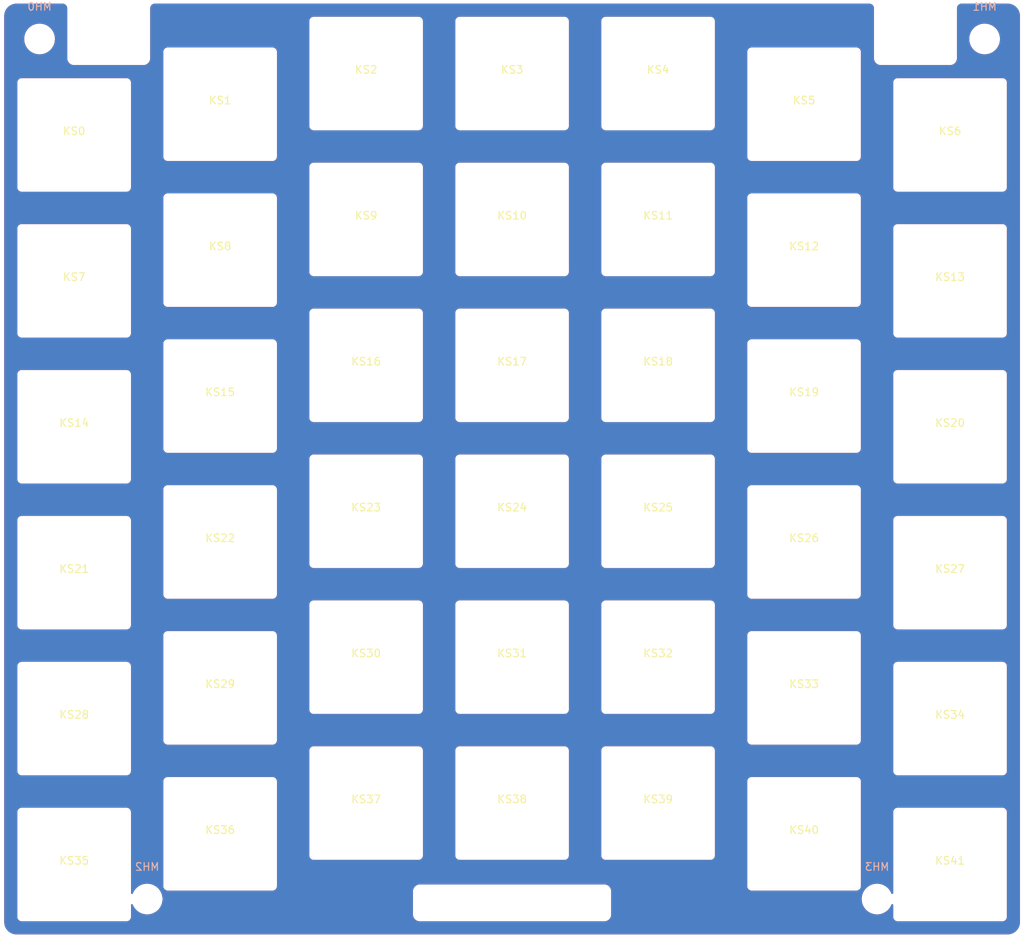
<source format=kicad_pcb>
(kicad_pcb (version 20211014) (generator pcbnew)
  (layers (0 "F.Cu" signal) (31 "B.Cu" signal) (34 "B.Paste" user) (35 "F.Paste" user) (36 "B.SilkS" user "B.Silkscreen") (37 "F.SilkS" user "F.Silkscreen") (38 "B.Mask" user) (39 "F.Mask" user) (44 "Edge.Cuts" user))
  (net 0 "")
  (footprint "sok42:KS-PLATE" (layer "F.Cu") (at 135.5 59.5)
    (fp_text reference "KS4" (at 0 -0.5 unlocked) (layer "F.SilkS"))
    (fp_text value "KS-PLATE")
    (fp_line (start 6.8 -7) (end -6.8 -7) (layer "Edge.Cuts") (width 0.0001))
    (fp_line (start -6.8 7) (end 6.8 7) (layer "Edge.Cuts") (width 0.0001))
    (fp_line (start -7 -6.8) (end -7 6.8) (layer "Edge.Cuts") (width 0.0001))
    (fp_line (start 7 6.8) (end 7 -6.8) (layer "Edge.Cuts") (width 0.0001))
    (fp_arc (start -7 -6.8) (mid -6.941421 -6.941421) (end -6.8 -7) (layer "Edge.Cuts") (width 0.0001))
    (fp_arc (start 7 6.8) (mid 6.941421 6.941421) (end 6.8 7) (layer "Edge.Cuts") (width 0.0001))
    (fp_arc (start -6.8 7) (mid -6.941421 6.941421) (end -7 6.8) (layer "Edge.Cuts") (width 0.0001))
    (fp_arc (start 6.8 -7) (mid 6.941421 -6.941421) (end 7 -6.8) (layer "Edge.Cuts") (width 0.0001))
  )
  (footprint "sok42:KS-PLATE" (layer "F.Cu") (at 59.5 143.5)
    (fp_text reference "KS28" (at 0 -0.5 unlocked) (layer "F.SilkS"))
    (fp_text value "KS-PLATE")
    (fp_line (start -7 -6.8) (end -7 6.8) (layer "Edge.Cuts") (width 0.0001))
    (fp_line (start -6.8 7) (end 6.8 7) (layer "Edge.Cuts") (width 0.0001))
    (fp_line (start 7 6.8) (end 7 -6.8) (layer "Edge.Cuts") (width 0.0001))
    (fp_line (start 6.8 -7) (end -6.8 -7) (layer "Edge.Cuts") (width 0.0001))
    (fp_arc (start 6.8 -7) (mid 6.941421 -6.941421) (end 7 -6.8) (layer "Edge.Cuts") (width 0.0001))
    (fp_arc (start 7 6.8) (mid 6.941421 6.941421) (end 6.8 7) (layer "Edge.Cuts") (width 0.0001))
    (fp_arc (start -6.8 7) (mid -6.941421 6.941421) (end -7 6.8) (layer "Edge.Cuts") (width 0.0001))
    (fp_arc (start -7 -6.8) (mid -6.941421 -6.941421) (end -6.8 -7) (layer "Edge.Cuts") (width 0.0001))
  )
  (footprint "sok42:KS-PLATE" (layer "F.Cu") (at 116.5 135.5)
    (fp_text reference "KS31" (at 0 -0.5 unlocked) (layer "F.SilkS"))
    (fp_text value "KS-PLATE")
    (fp_line (start 6.8 -7) (end -6.8 -7) (layer "Edge.Cuts") (width 0.0001))
    (fp_line (start 7 6.8) (end 7 -6.8) (layer "Edge.Cuts") (width 0.0001))
    (fp_line (start -6.8 7) (end 6.8 7) (layer "Edge.Cuts") (width 0.0001))
    (fp_line (start -7 -6.8) (end -7 6.8) (layer "Edge.Cuts") (width 0.0001))
    (fp_arc (start -7 -6.8) (mid -6.941421 -6.941421) (end -6.8 -7) (layer "Edge.Cuts") (width 0.0001))
    (fp_arc (start 6.8 -7) (mid 6.941421 -6.941421) (end 7 -6.8) (layer "Edge.Cuts") (width 0.0001))
    (fp_arc (start -6.8 7) (mid -6.941421 6.941421) (end -7 6.8) (layer "Edge.Cuts") (width 0.0001))
    (fp_arc (start 7 6.8) (mid 6.941421 6.941421) (end 6.8 7) (layer "Edge.Cuts") (width 0.0001))
  )
  (footprint "sok42:KS-PLATE" (layer "F.Cu") (at 78.5 101.5)
    (fp_text reference "KS15" (at 0 -0.5 unlocked) (layer "F.SilkS"))
    (fp_text value "KS-PLATE")
    (fp_line (start -7 -6.8) (end -7 6.8) (layer "Edge.Cuts") (width 0.0001))
    (fp_line (start 6.8 -7) (end -6.8 -7) (layer "Edge.Cuts") (width 0.0001))
    (fp_line (start 7 6.8) (end 7 -6.8) (layer "Edge.Cuts") (width 0.0001))
    (fp_line (start -6.8 7) (end 6.8 7) (layer "Edge.Cuts") (width 0.0001))
    (fp_arc (start -7 -6.8) (mid -6.941421 -6.941421) (end -6.8 -7) (layer "Edge.Cuts") (width 0.0001))
    (fp_arc (start 7 6.8) (mid 6.941421 6.941421) (end 6.8 7) (layer "Edge.Cuts") (width 0.0001))
    (fp_arc (start -6.8 7) (mid -6.941421 6.941421) (end -7 6.8) (layer "Edge.Cuts") (width 0.0001))
    (fp_arc (start 6.8 -7) (mid 6.941421 -6.941421) (end 7 -6.8) (layer "Edge.Cuts") (width 0.0001))
  )
  (footprint "sok42:KS-PLATE" (layer "F.Cu") (at 59.5 105.5)
    (fp_text reference "KS14" (at 0 -0.5 unlocked) (layer "F.SilkS"))
    (fp_text value "KS-PLATE")
    (fp_line (start -7 -6.8) (end -7 6.8) (layer "Edge.Cuts") (width 0.0001))
    (fp_line (start 6.8 -7) (end -6.8 -7) (layer "Edge.Cuts") (width 0.0001))
    (fp_line (start -6.8 7) (end 6.8 7) (layer "Edge.Cuts") (width 0.0001))
    (fp_line (start 7 6.8) (end 7 -6.8) (layer "Edge.Cuts") (width 0.0001))
    (fp_arc (start -7 -6.8) (mid -6.941421 -6.941421) (end -6.8 -7) (layer "Edge.Cuts") (width 0.0001))
    (fp_arc (start -6.8 7) (mid -6.941421 6.941421) (end -7 6.8) (layer "Edge.Cuts") (width 0.0001))
    (fp_arc (start 7 6.8) (mid 6.941421 6.941421) (end 6.8 7) (layer "Edge.Cuts") (width 0.0001))
    (fp_arc (start 6.8 -7) (mid 6.941421 -6.941421) (end 7 -6.8) (layer "Edge.Cuts") (width 0.0001))
  )
  (footprint "sok42:KS-PLATE" (layer "F.Cu") (at 135.5 154.5)
    (fp_text reference "KS39" (at 0 -0.5 unlocked) (layer "F.SilkS"))
    (fp_text value "KS-PLATE")
    (fp_line (start 6.8 -7) (end -6.8 -7) (layer "Edge.Cuts") (width 0.0001))
    (fp_line (start -7 -6.8) (end -7 6.8) (layer "Edge.Cuts") (width 0.0001))
    (fp_line (start 7 6.8) (end 7 -6.8) (layer "Edge.Cuts") (width 0.0001))
    (fp_line (start -6.8 7) (end 6.8 7) (layer "Edge.Cuts") (width 0.0001))
    (fp_arc (start 6.8 -7) (mid 6.941421 -6.941421) (end 7 -6.8) (layer "Edge.Cuts") (width 0.0001))
    (fp_arc (start -7 -6.8) (mid -6.941421 -6.941421) (end -6.8 -7) (layer "Edge.Cuts") (width 0.0001))
    (fp_arc (start -6.8 7) (mid -6.941421 6.941421) (end -7 6.8) (layer "Edge.Cuts") (width 0.0001))
    (fp_arc (start 7 6.8) (mid 6.941421 6.941421) (end 6.8 7) (layer "Edge.Cuts") (width 0.0001))
  )
  (footprint "sok42:KS-PLATE" (layer "F.Cu") (at 97.5 116.5)
    (fp_text reference "KS23" (at 0 -0.5 unlocked) (layer "F.SilkS"))
    (fp_text value "KS-PLATE")
    (fp_line (start 7 6.8) (end 7 -6.8) (layer "Edge.Cuts") (width 0.0001))
    (fp_line (start 6.8 -7) (end -6.8 -7) (layer "Edge.Cuts") (width 0.0001))
    (fp_line (start -7 -6.8) (end -7 6.8) (layer "Edge.Cuts") (width 0.0001))
    (fp_line (start -6.8 7) (end 6.8 7) (layer "Edge.Cuts") (width 0.0001))
    (fp_arc (start -6.8 7) (mid -6.941421 6.941421) (end -7 6.8) (layer "Edge.Cuts") (width 0.0001))
    (fp_arc (start -7 -6.8) (mid -6.941421 -6.941421) (end -6.8 -7) (layer "Edge.Cuts") (width 0.0001))
    (fp_arc (start 6.8 -7) (mid 6.941421 -6.941421) (end 7 -6.8) (layer "Edge.Cuts") (width 0.0001))
    (fp_arc (start 7 6.8) (mid 6.941421 6.941421) (end 6.8 7) (layer "Edge.Cuts") (width 0.0001))
  )
  (footprint "sok42:KS-PLATE" (layer "F.Cu") (at 97.5 135.5)
    (fp_text reference "KS30" (at 0 -0.5 unlocked) (layer "F.SilkS"))
    (fp_text value "KS-PLATE")
    (fp_line (start -7 -6.8) (end -7 6.8) (layer "Edge.Cuts") (width 0.0001))
    (fp_line (start -6.8 7) (end 6.8 7) (layer "Edge.Cuts") (width 0.0001))
    (fp_line (start 7 6.8) (end 7 -6.8) (layer "Edge.Cuts") (width 0.0001))
    (fp_line (start 6.8 -7) (end -6.8 -7) (layer "Edge.Cuts") (width 0.0001))
    (fp_arc (start 7 6.8) (mid 6.941421 6.941421) (end 6.8 7) (layer "Edge.Cuts") (width 0.0001))
    (fp_arc (start 6.8 -7) (mid 6.941421 -6.941421) (end 7 -6.8) (layer "Edge.Cuts") (width 0.0001))
    (fp_arc (start -6.8 7) (mid -6.941421 6.941421) (end -7 6.8) (layer "Edge.Cuts") (width 0.0001))
    (fp_arc (start -7 -6.8) (mid -6.941421 -6.941421) (end -6.8 -7) (layer "Edge.Cuts") (width 0.0001))
  )
  (footprint "sok42:KS-PLATE" (layer "F.Cu") (at 59.5 124.5)
    (fp_text reference "KS21" (at 0 -0.5 unlocked) (layer "F.SilkS"))
    (fp_text value "KS-PLATE")
    (fp_line (start 7 6.8) (end 7 -6.8) (layer "Edge.Cuts") (width 0.0001))
    (fp_line (start 6.8 -7) (end -6.8 -7) (layer "Edge.Cuts") (width 0.0001))
    (fp_line (start -7 -6.8) (end -7 6.8) (layer "Edge.Cuts") (width 0.0001))
    (fp_line (start -6.8 7) (end 6.8 7) (layer "Edge.Cuts") (width 0.0001))
    (fp_arc (start -7 -6.8) (mid -6.941421 -6.941421) (end -6.8 -7) (layer "Edge.Cuts") (width 0.0001))
    (fp_arc (start 6.8 -7) (mid 6.941421 -6.941421) (end 7 -6.8) (layer "Edge.Cuts") (width 0.0001))
    (fp_arc (start -6.8 7) (mid -6.941421 6.941421) (end -7 6.8) (layer "Edge.Cuts") (width 0.0001))
    (fp_arc (start 7 6.8) (mid 6.941421 6.941421) (end 6.8 7) (layer "Edge.Cuts") (width 0.0001))
  )
  (footprint "sok42:KS-PLATE" (layer "F.Cu") (at 116.5 154.5)
    (fp_text reference "KS38" (at 0 -0.5 unlocked) (layer "F.SilkS"))
    (fp_text value "KS-PLATE")
    (fp_line (start 7 6.8) (end 7 -6.8) (layer "Edge.Cuts") (width 0.0001))
    (fp_line (start -6.8 7) (end 6.8 7) (layer "Edge.Cuts") (width 0.0001))
    (fp_line (start -7 -6.8) (end -7 6.8) (layer "Edge.Cuts") (width 0.0001))
    (fp_line (start 6.8 -7) (end -6.8 -7) (layer "Edge.Cuts") (width 0.0001))
    (fp_arc (start -6.8 7) (mid -6.941421 6.941421) (end -7 6.8) (layer "Edge.Cuts") (width 0.0001))
    (fp_arc (start 6.8 -7) (mid 6.941421 -6.941421) (end 7 -6.8) (layer "Edge.Cuts") (width 0.0001))
    (fp_arc (start 7 6.8) (mid 6.941421 6.941421) (end 6.8 7) (layer "Edge.Cuts") (width 0.0001))
    (fp_arc (start -7 -6.8) (mid -6.941421 -6.941421) (end -6.8 -7) (layer "Edge.Cuts") (width 0.0001))
  )
  (footprint "sok42:KS-PLATE" (layer "F.Cu") (at 116.5 97.5)
    (fp_text reference "KS17" (at 0 -0.5 unlocked) (layer "F.SilkS"))
    (fp_text value "KS-PLATE")
    (fp_line (start -6.8 7) (end 6.8 7) (layer "Edge.Cuts") (width 0.0001))
    (fp_line (start 6.8 -7) (end -6.8 -7) (layer "Edge.Cuts") (width 0.0001))
    (fp_line (start -7 -6.8) (end -7 6.8) (layer "Edge.Cuts") (width 0.0001))
    (fp_line (start 7 6.8) (end 7 -6.8) (layer "Edge.Cuts") (width 0.0001))
    (fp_arc (start -7 -6.8) (mid -6.941421 -6.941421) (end -6.8 -7) (layer "Edge.Cuts") (width 0.0001))
    (fp_arc (start -6.8 7) (mid -6.941421 6.941421) (end -7 6.8) (layer "Edge.Cuts") (width 0.0001))
    (fp_arc (start 6.8 -7) (mid 6.941421 -6.941421) (end 7 -6.8) (layer "Edge.Cuts") (width 0.0001))
    (fp_arc (start 7 6.8) (mid 6.941421 6.941421) (end 6.8 7) (layer "Edge.Cuts") (width 0.0001))
  )
  (footprint "sok42:KS-PLATE" (layer "F.Cu") (at 78.5 158.5)
    (fp_text reference "KS36" (at 0 -0.5 unlocked) (layer "F.SilkS"))
    (fp_text value "KS-PLATE")
    (fp_line (start 7 6.8) (end 7 -6.8) (layer "Edge.Cuts") (width 0.0001))
    (fp_line (start -6.8 7) (end 6.8 7) (layer "Edge.Cuts") (width 0.0001))
    (fp_line (start -7 -6.8) (end -7 6.8) (layer "Edge.Cuts") (width 0.0001))
    (fp_line (start 6.8 -7) (end -6.8 -7) (layer "Edge.Cuts") (width 0.0001))
    (fp_arc (start 6.8 -7) (mid 6.941421 -6.941421) (end 7 -6.8) (layer "Edge.Cuts") (width 0.0001))
    (fp_arc (start -6.8 7) (mid -6.941421 6.941421) (end -7 6.8) (layer "Edge.Cuts") (width 0.0001))
    (fp_arc (start 7 6.8) (mid 6.941421 6.941421) (end 6.8 7) (layer "Edge.Cuts") (width 0.0001))
    (fp_arc (start -7 -6.8) (mid -6.941421 -6.941421) (end -6.8 -7) (layer "Edge.Cuts") (width 0.0001))
  )
  (footprint "sok42:KS-PLATE" (layer "F.Cu") (at 78.5 63.5)
    (fp_text reference "KS1" (at 0 -0.5 unlocked) (layer "F.SilkS"))
    (fp_text value "KS-PLATE")
    (fp_line (start 6.8 -7) (end -6.8 -7) (layer "Edge.Cuts") (width 0.0001))
    (fp_line (start -6.8 7) (end 6.8 7) (layer "Edge.Cuts") (width 0.0001))
    (fp_line (start -7 -6.8) (end -7 6.8) (layer "Edge.Cuts") (width 0.0001))
    (fp_line (start 7 6.8) (end 7 -6.8) (layer "Edge.Cuts") (width 0.0001))
    (fp_arc (start -6.8 7) (mid -6.941421 6.941421) (end -7 6.8) (layer "Edge.Cuts") (width 0.0001))
    (fp_arc (start 6.8 -7) (mid 6.941421 -6.941421) (end 7 -6.8) (layer "Edge.Cuts") (width 0.0001))
    (fp_arc (start 7 6.8) (mid 6.941421 6.941421) (end 6.8 7) (layer "Edge.Cuts") (width 0.0001))
    (fp_arc (start -7 -6.8) (mid -6.941421 -6.941421) (end -6.8 -7) (layer "Edge.Cuts") (width 0.0001))
  )
  (footprint "sok42:KS-PLATE" (layer "F.Cu") (at 173.5 162.5)
    (fp_text reference "KS41" (at 0 -0.5 unlocked) (layer "F.SilkS"))
    (fp_text value "KS-PLATE")
    (fp_line (start -7 -6.8) (end -7 6.8) (layer "Edge.Cuts") (width 0.0001))
    (fp_line (start 6.8 -7) (end -6.8 -7) (layer "Edge.Cuts") (width 0.0001))
    (fp_line (start 7 6.8) (end 7 -6.8) (layer "Edge.Cuts") (width 0.0001))
    (fp_line (start -6.8 7) (end 6.8 7) (layer "Edge.Cuts") (width 0.0001))
    (fp_arc (start 7 6.8) (mid 6.941421 6.941421) (end 6.8 7) (layer "Edge.Cuts") (width 0.0001))
    (fp_arc (start -7 -6.8) (mid -6.941421 -6.941421) (end -6.8 -7) (layer "Edge.Cuts") (width 0.0001))
    (fp_arc (start 6.8 -7) (mid 6.941421 -6.941421) (end 7 -6.8) (layer "Edge.Cuts") (width 0.0001))
    (fp_arc (start -6.8 7) (mid -6.941421 6.941421) (end -7 6.8) (layer "Edge.Cuts") (width 0.0001))
  )
  (footprint "sok42:KS-PLATE" (layer "F.Cu") (at 154.5 158.5)
    (fp_text reference "KS40" (at 0 -0.5 unlocked) (layer "F.SilkS"))
    (fp_text value "KS-PLATE")
    (fp_line (start 6.8 -7) (end -6.8 -7) (layer "Edge.Cuts") (width 0.0001))
    (fp_line (start -6.8 7) (end 6.8 7) (layer "Edge.Cuts") (width 0.0001))
    (fp_line (start -7 -6.8) (end -7 6.8) (layer "Edge.Cuts") (width 0.0001))
    (fp_line (start 7 6.8) (end 7 -6.8) (layer "Edge.Cuts") (width 0.0001))
    (fp_arc (start 7 6.8) (mid 6.941421 6.941421) (end 6.8 7) (layer "Edge.Cuts") (width 0.0001))
    (fp_arc (start -7 -6.8) (mid -6.941421 -6.941421) (end -6.8 -7) (layer "Edge.Cuts") (width 0.0001))
    (fp_arc (start 6.8 -7) (mid 6.941421 -6.941421) (end 7 -6.8) (layer "Edge.Cuts") (width 0.0001))
    (fp_arc (start -6.8 7) (mid -6.941421 6.941421) (end -7 6.8) (layer "Edge.Cuts") (width 0.0001))
  )
  (footprint "sok42:KS-PLATE" (layer "F.Cu") (at 154.5 82.5)
    (fp_text reference "KS12" (at 0 -0.5 unlocked) (layer "F.SilkS"))
    (fp_text value "KS-PLATE")
    (fp_line (start 7 6.8) (end 7 -6.8) (layer "Edge.Cuts") (width 0.0001))
    (fp_line (start -7 -6.8) (end -7 6.8) (layer "Edge.Cuts") (width 0.0001))
    (fp_line (start 6.8 -7) (end -6.8 -7) (layer "Edge.Cuts") (width 0.0001))
    (fp_line (start -6.8 7) (end 6.8 7) (layer "Edge.Cuts") (width 0.0001))
    (fp_arc (start 7 6.8) (mid 6.941421 6.941421) (end 6.8 7) (layer "Edge.Cuts") (width 0.0001))
    (fp_arc (start -6.8 7) (mid -6.941421 6.941421) (end -7 6.8) (layer "Edge.Cuts") (width 0.0001))
    (fp_arc (start 6.8 -7) (mid 6.941421 -6.941421) (end 7 -6.8) (layer "Edge.Cuts") (width 0.0001))
    (fp_arc (start -7 -6.8) (mid -6.941421 -6.941421) (end -6.8 -7) (layer "Edge.Cuts") (width 0.0001))
  )
  (footprint "sok42:KS-PLATE" (layer "F.Cu") (at 154.5 101.5)
    (fp_text reference "KS19" (at 0 -0.5 unlocked) (layer "F.SilkS"))
    (fp_text value "KS-PLATE")
    (fp_line (start 7 6.8) (end 7 -6.8) (layer "Edge.Cuts") (width 0.0001))
    (fp_line (start -6.8 7) (end 6.8 7) (layer "Edge.Cuts") (width 0.0001))
    (fp_line (start -7 -6.8) (end -7 6.8) (layer "Edge.Cuts") (width 0.0001))
    (fp_line (start 6.8 -7) (end -6.8 -7) (layer "Edge.Cuts") (width 0.0001))
    (fp_arc (start 6.8 -7) (mid 6.941421 -6.941421) (end 7 -6.8) (layer "Edge.Cuts") (width 0.0001))
    (fp_arc (start -7 -6.8) (mid -6.941421 -6.941421) (end -6.8 -7) (layer "Edge.Cuts") (width 0.0001))
    (fp_arc (start -6.8 7) (mid -6.941421 6.941421) (end -7 6.8) (layer "Edge.Cuts") (width 0.0001))
    (fp_arc (start 7 6.8) (mid 6.941421 6.941421) (end 6.8 7) (layer "Edge.Cuts") (width 0.0001))
  )
  (footprint "sok42:KS-PLATE" (layer "F.Cu") (at 135.5 135.5)
    (fp_text reference "KS32" (at 0 -0.5 unlocked) (layer "F.SilkS"))
    (fp_text value "KS-PLATE")
    (fp_line (start -7 -6.8) (end -7 6.8) (layer "Edge.Cuts") (width 0.0001))
    (fp_line (start 6.8 -7) (end -6.8 -7) (layer "Edge.Cuts") (width 0.0001))
    (fp_line (start 7 6.8) (end 7 -6.8) (layer "Edge.Cuts") (width 0.0001))
    (fp_line (start -6.8 7) (end 6.8 7) (layer "Edge.Cuts") (width 0.0001))
    (fp_arc (start 6.8 -7) (mid 6.941421 -6.941421) (end 7 -6.8) (layer "Edge.Cuts") (width 0.0001))
    (fp_arc (start -6.8 7) (mid -6.941421 6.941421) (end -7 6.8) (layer "Edge.Cuts") (width 0.0001))
    (fp_arc (start -7 -6.8) (mid -6.941421 -6.941421) (end -6.8 -7) (layer "Edge.Cuts") (width 0.0001))
    (fp_arc (start 7 6.8) (mid 6.941421 6.941421) (end 6.8 7) (layer "Edge.Cuts") (width 0.0001))
  )
  (footprint "sok42:KS-PLATE" (layer "F.Cu") (at 173.5 67.5)
    (fp_text reference "KS6" (at 0 -0.5 unlocked) (layer "F.SilkS"))
    (fp_text value "KS-PLATE")
    (fp_line (start 6.8 -7) (end -6.8 -7) (layer "Edge.Cuts") (width 0.0001))
    (fp_line (start 7 6.8) (end 7 -6.8) (layer "Edge.Cuts") (width 0.0001))
    (fp_line (start -6.8 7) (end 6.8 7) (layer "Edge.Cuts") (width 0.0001))
    (fp_line (start -7 -6.8) (end -7 6.8) (layer "Edge.Cuts") (width 0.0001))
    (fp_arc (start 7 6.8) (mid 6.941421 6.941421) (end 6.8 7) (layer "Edge.Cuts") (width 0.0001))
    (fp_arc (start 6.8 -7) (mid 6.941421 -6.941421) (end 7 -6.8) (layer "Edge.Cuts") (width 0.0001))
    (fp_arc (start -7 -6.8) (mid -6.941421 -6.941421) (end -6.8 -7) (layer "Edge.Cuts") (width 0.0001))
    (fp_arc (start -6.8 7) (mid -6.941421 6.941421) (end -7 6.8) (layer "Edge.Cuts") (width 0.0001))
  )
  (footprint "sok42:KS-PLATE" (layer "F.Cu") (at 59.5 86.5)
    (fp_text reference "KS7" (at 0 -0.5 unlocked) (layer "F.SilkS"))
    (fp_text value "KS-PLATE")
    (fp_line (start -6.8 7) (end 6.8 7) (layer "Edge.Cuts") (width 0.0001))
    (fp_line (start 7 6.8) (end 7 -6.8) (layer "Edge.Cuts") (width 0.0001))
    (fp_line (start -7 -6.8) (end -7 6.8) (layer "Edge.Cuts") (width 0.0001))
    (fp_line (start 6.8 -7) (end -6.8 -7) (layer "Edge.Cuts") (width 0.0001))
    (fp_arc (start -7 -6.8) (mid -6.941421 -6.941421) (end -6.8 -7) (layer "Edge.Cuts") (width 0.0001))
    (fp_arc (start 7 6.8) (mid 6.941421 6.941421) (end 6.8 7) (layer "Edge.Cuts") (width 0.0001))
    (fp_arc (start -6.8 7) (mid -6.941421 6.941421) (end -7 6.8) (layer "Edge.Cuts") (width 0.0001))
    (fp_arc (start 6.8 -7) (mid 6.941421 -6.941421) (end 7 -6.8) (layer "Edge.Cuts") (width 0.0001))
  )
  (footprint "sok42:KS-PLATE" (layer "F.Cu") (at 78.5 139.5)
    (fp_text reference "KS29" (at 0 -0.5 unlocked) (layer "F.SilkS"))
    (fp_text value "KS-PLATE")
    (fp_line (start -6.8 7) (end 6.8 7) (layer "Edge.Cuts") (width 0.0001))
    (fp_line (start -7 -6.8) (end -7 6.8) (layer "Edge.Cuts") (width 0.0001))
    (fp_line (start 6.8 -7) (end -6.8 -7) (layer "Edge.Cuts") (width 0.0001))
    (fp_line (start 7 6.8) (end 7 -6.8) (layer "Edge.Cuts") (width 0.0001))
    (fp_arc (start -6.8 7) (mid -6.941421 6.941421) (end -7 6.8) (layer "Edge.Cuts") (width 0.0001))
    (fp_arc (start -7 -6.8) (mid -6.941421 -6.941421) (end -6.8 -7) (layer "Edge.Cuts") (width 0.0001))
    (fp_arc (start 7 6.8) (mid 6.941421 6.941421) (end 6.8 7) (layer "Edge.Cuts") (width 0.0001))
    (fp_arc (start 6.8 -7) (mid 6.941421 -6.941421) (end 7 -6.8) (layer "Edge.Cuts") (width 0.0001))
  )
  (footprint "sok42:KS-PLATE" (layer "F.Cu") (at 59.5 162.5)
    (fp_text reference "KS35" (at 0 -0.5 unlocked) (layer "F.SilkS"))
    (fp_text value "KS-PLATE")
    (fp_line (start -7 -6.8) (end -7 6.8) (layer "Edge.Cuts") (width 0.0001))
    (fp_line (start 6.8 -7) (end -6.8 -7) (layer "Edge.Cuts") (width 0.0001))
    (fp_line (start -6.8 7) (end 6.8 7) (layer "Edge.Cuts") (width 0.0001))
    (fp_line (start 7 6.8) (end 7 -6.8) (layer "Edge.Cuts") (width 0.0001))
    (fp_arc (start 7 6.8) (mid 6.941421 6.941421) (end 6.8 7) (layer "Edge.Cuts") (width 0.0001))
    (fp_arc (start 6.8 -7) (mid 6.941421 -6.941421) (end 7 -6.8) (layer "Edge.Cuts") (width 0.0001))
    (fp_arc (start -6.8 7) (mid -6.941421 6.941421) (end -7 6.8) (layer "Edge.Cuts") (width 0.0001))
    (fp_arc (start -7 -6.8) (mid -6.941421 -6.941421) (end -6.8 -7) (layer "Edge.Cuts") (width 0.0001))
  )
  (footprint "sok42:KS-PLATE" (layer "F.Cu") (at 173.5 143.5)
    (fp_text reference "KS34" (at 0 -0.5 unlocked) (layer "F.SilkS"))
    (fp_text value "KS-PLATE")
    (fp_line (start -7 -6.8) (end -7 6.8) (layer "Edge.Cuts") (width 0.0001))
    (fp_line (start 7 6.8) (end 7 -6.8) (layer "Edge.Cuts") (width 0.0001))
    (fp_line (start -6.8 7) (end 6.8 7) (layer "Edge.Cuts") (width 0.0001))
    (fp_line (start 6.8 -7) (end -6.8 -7) (layer "Edge.Cuts") (width 0.0001))
    (fp_arc (start -7 -6.8) (mid -6.941421 -6.941421) (end -6.8 -7) (layer "Edge.Cuts") (width 0.0001))
    (fp_arc (start 6.8 -7) (mid 6.941421 -6.941421) (end 7 -6.8) (layer "Edge.Cuts") (width 0.0001))
    (fp_arc (start 7 6.8) (mid 6.941421 6.941421) (end 6.8 7) (layer "Edge.Cuts") (width 0.0001))
    (fp_arc (start -6.8 7) (mid -6.941421 6.941421) (end -7 6.8) (layer "Edge.Cuts") (width 0.0001))
  )
  (footprint "sok42:KS-PLATE" (layer "F.Cu") (at 135.5 116.5)
    (fp_text reference "KS25" (at 0 -0.5 unlocked) (layer "F.SilkS"))
    (fp_text value "KS-PLATE")
    (fp_line (start 7 6.8) (end 7 -6.8) (layer "Edge.Cuts") (width 0.0001))
    (fp_line (start -6.8 7) (end 6.8 7) (layer "Edge.Cuts") (width 0.0001))
    (fp_line (start -7 -6.8) (end -7 6.8) (layer "Edge.Cuts") (width 0.0001))
    (fp_line (start 6.8 -7) (end -6.8 -7) (layer "Edge.Cuts") (width 0.0001))
    (fp_arc (start -7 -6.8) (mid -6.941421 -6.941421) (end -6.8 -7) (layer "Edge.Cuts") (width 0.0001))
    (fp_arc (start -6.8 7) (mid -6.941421 6.941421) (end -7 6.8) (layer "Edge.Cuts") (width 0.0001))
    (fp_arc (start 7 6.8) (mid 6.941421 6.941421) (end 6.8 7) (layer "Edge.Cuts") (width 0.0001))
    (fp_arc (start 6.8 -7) (mid 6.941421 -6.941421) (end 7 -6.8) (layer "Edge.Cuts") (width 0.0001))
  )
  (footprint "sok42:KS-PLATE" (layer "F.Cu") (at 173.5 124.5)
    (fp_text reference "KS27" (at 0 -0.5 unlocked) (layer "F.SilkS"))
    (fp_text value "KS-PLATE")
    (fp_line (start 7 6.8) (end 7 -6.8) (layer "Edge.Cuts") (width 0.0001))
    (fp_line (start -7 -6.8) (end -7 6.8) (layer "Edge.Cuts") (width 0.0001))
    (fp_line (start 6.8 -7) (end -6.8 -7) (layer "Edge.Cuts") (width 0.0001))
    (fp_line (start -6.8 7) (end 6.8 7) (layer "Edge.Cuts") (width 0.0001))
    (fp_arc (start 6.8 -7) (mid 6.941421 -6.941421) (end 7 -6.8) (layer "Edge.Cuts") (width 0.0001))
    (fp_arc (start -6.8 7) (mid -6.941421 6.941421) (end -7 6.8) (layer "Edge.Cuts") (width 0.0001))
    (fp_arc (start 7 6.8) (mid 6.941421 6.941421) (end 6.8 7) (layer "Edge.Cuts") (width 0.0001))
    (fp_arc (start -7 -6.8) (mid -6.941421 -6.941421) (end -6.8 -7) (layer "Edge.Cuts") (width 0.0001))
  )
  (footprint "sok42:KS-PLATE" (layer "F.Cu") (at 173.5 105.5)
    (fp_text reference "KS20" (at 0 -0.5 unlocked) (layer "F.SilkS"))
    (fp_text value "KS-PLATE")
    (fp_line (start 7 6.8) (end 7 -6.8) (layer "Edge.Cuts") (width 0.0001))
    (fp_line (start -6.8 7) (end 6.8 7) (layer "Edge.Cuts") (width 0.0001))
    (fp_line (start 6.8 -7) (end -6.8 -7) (layer "Edge.Cuts") (width 0.0001))
    (fp_line (start -7 -6.8) (end -7 6.8) (layer "Edge.Cuts") (width 0.0001))
    (fp_arc (start -6.8 7) (mid -6.941421 6.941421) (end -7 6.8) (layer "Edge.Cuts") (width 0.0001))
    (fp_arc (start 7 6.8) (mid 6.941421 6.941421) (end 6.8 7) (layer "Edge.Cuts") (width 0.0001))
    (fp_arc (start 6.8 -7) (mid 6.941421 -6.941421) (end 7 -6.8) (layer "Edge.Cuts") (width 0.0001))
    (fp_arc (start -7 -6.8) (mid -6.941421 -6.941421) (end -6.8 -7) (layer "Edge.Cuts") (width 0.0001))
  )
  (footprint "sok42:KS-PLATE" (layer "F.Cu") (at 116.5 78.5)
    (fp_text reference "KS10" (at 0 -0.5 unlocked) (layer "F.SilkS"))
    (fp_text value "KS-PLATE")
    (fp_line (start -7 -6.8) (end -7 6.8) (layer "Edge.Cuts") (width 0.0001))
    (fp_line (start -6.8 7) (end 6.8 7) (layer "Edge.Cuts") (width 0.0001))
    (fp_line (start 7 6.8) (end 7 -6.8) (layer "Edge.Cuts") (width 0.0001))
    (fp_line (start 6.8 -7) (end -6.8 -7) (layer "Edge.Cuts") (width 0.0001))
    (fp_arc (start -7 -6.8) (mid -6.941421 -6.941421) (end -6.8 -7) (layer "Edge.Cuts") (width 0.0001))
    (fp_arc (start 7 6.8) (mid 6.941421 6.941421) (end 6.8 7) (layer "Edge.Cuts") (width 0.0001))
    (fp_arc (start 6.8 -7) (mid 6.941421 -6.941421) (end 7 -6.8) (layer "Edge.Cuts") (width 0.0001))
    (fp_arc (start -6.8 7) (mid -6.941421 6.941421) (end -7 6.8) (layer "Edge.Cuts") (width 0.0001))
  )
  (footprint "sok42:KS-PLATE" (layer "F.Cu") (at 173.5 86.5)
    (fp_text reference "KS13" (at 0 -0.5 unlocked) (layer "F.SilkS"))
    (fp_text value "KS-PLATE")
    (fp_line (start -7 -6.8) (end -7 6.8) (layer "Edge.Cuts") (width 0.0001))
    (fp_line (start 7 6.8) (end 7 -6.8) (layer "Edge.Cuts") (width 0.0001))
    (fp_line (start 6.8 -7) (end -6.8 -7) (layer "Edge.Cuts") (width 0.0001))
    (fp_line (start -6.8 7) (end 6.8 7) (layer "Edge.Cuts") (width 0.0001))
    (fp_arc (start 6.8 -7) (mid 6.941421 -6.941421) (end 7 -6.8) (layer "Edge.Cuts") (width 0.0001))
    (fp_arc (start -7 -6.8) (mid -6.941421 -6.941421) (end -6.8 -7) (layer "Edge.Cuts") (width 0.0001))
    (fp_arc (start 7 6.8) (mid 6.941421 6.941421) (end 6.8 7) (layer "Edge.Cuts") (width 0.0001))
    (fp_arc (start -6.8 7) (mid -6.941421 6.941421) (end -7 6.8) (layer "Edge.Cuts") (width 0.0001))
  )
  (footprint "sok42:KS-PLATE" (layer "F.Cu") (at 135.5 78.5)
    (fp_text reference "KS11" (at 0 -0.5 unlocked) (layer "F.SilkS"))
    (fp_text value "KS-PLATE")
    (fp_line (start 6.8 -7) (end -6.8 -7) (layer "Edge.Cuts") (width 0.0001))
    (fp_line (start 7 6.8) (end 7 -6.8) (layer "Edge.Cuts") (width 0.0001))
    (fp_line (start -6.8 7) (end 6.8 7) (layer "Edge.Cuts") (width 0.0001))
    (fp_line (start -7 -6.8) (end -7 6.8) (layer "Edge.Cuts") (width 0.0001))
    (fp_arc (start 6.8 -7) (mid 6.941421 -6.941421) (end 7 -6.8) (layer "Edge.Cuts") (width 0.0001))
    (fp_arc (start -7 -6.8) (mid -6.941421 -6.941421) (end -6.8 -7) (layer "Edge.Cuts") (width 0.0001))
    (fp_arc (start -6.8 7) (mid -6.941421 6.941421) (end -7 6.8) (layer "Edge.Cuts") (width 0.0001))
    (fp_arc (start 7 6.8) (mid 6.941421 6.941421) (end 6.8 7) (layer "Edge.Cuts") (width 0.0001))
  )
  (footprint "sok42:KS-PLATE" (layer "F.Cu") (at 154.5 139.5)
    (fp_text reference "KS33" (at 0 -0.5 unlocked) (layer "F.SilkS"))
    (fp_text value "KS-PLATE")
    (fp_line (start 6.8 -7) (end -6.8 -7) (layer "Edge.Cuts") (width 0.0001))
    (fp_line (start 7 6.8) (end 7 -6.8) (layer "Edge.Cuts") (width 0.0001))
    (fp_line (start -7 -6.8) (end -7 6.8) (layer "Edge.Cuts") (width 0.0001))
    (fp_line (start -6.8 7) (end 6.8 7) (layer "Edge.Cuts") (width 0.0001))
    (fp_arc (start 6.8 -7) (mid 6.941421 -6.941421) (end 7 -6.8) (layer "Edge.Cuts") (width 0.0001))
    (fp_arc (start -7 -6.8) (mid -6.941421 -6.941421) (end -6.8 -7) (layer "Edge.Cuts") (width 0.0001))
    (fp_arc (start -6.8 7) (mid -6.941421 6.941421) (end -7 6.8) (layer "Edge.Cuts") (width 0.0001))
    (fp_arc (start 7 6.8) (mid 6.941421 6.941421) (end 6.8 7) (layer "Edge.Cuts") (width 0.0001))
  )
  (footprint "sok42:KS-PLATE" (layer "F.Cu") (at 78.5 120.5)
    (fp_text reference "KS22" (at 0 -0.5 unlocked) (layer "F.SilkS"))
    (fp_text value "KS-PLATE")
    (fp_line (start -7 -6.8) (end -7 6.8) (layer "Edge.Cuts") (width 0.0001))
    (fp_line (start 7 6.8) (end 7 -6.8) (layer "Edge.Cuts") (width 0.0001))
    (fp_line (start -6.8 7) (end 6.8 7) (layer "Edge.Cuts") (width 0.0001))
    (fp_line (start 6.8 -7) (end -6.8 -7) (layer "Edge.Cuts") (width 0.0001))
    (fp_arc (start 7 6.8) (mid 6.941421 6.941421) (end 6.8 7) (layer "Edge.Cuts") (width 0.0001))
    (fp_arc (start -7 -6.8) (mid -6.941421 -6.941421) (end -6.8 -7) (layer "Edge.Cuts") (width 0.0001))
    (fp_arc (start 6.8 -7) (mid 6.941421 -6.941421) (end 7 -6.8) (layer "Edge.Cuts") (width 0.0001))
    (fp_arc (start -6.8 7) (mid -6.941421 6.941421) (end -7 6.8) (layer "Edge.Cuts") (width 0.0001))
  )
  (footprint "sok42:KS-PLATE" (layer "F.Cu") (at 97.5 154.5)
    (fp_text reference "KS37" (at 0 -0.5 unlocked) (layer "F.SilkS"))
    (fp_text value "KS-PLATE")
    (fp_line (start -6.8 7) (end 6.8 7) (layer "Edge.Cuts") (width 0.0001))
    (fp_line (start -7 -6.8) (end -7 6.8) (layer "Edge.Cuts") (width 0.0001))
    (fp_line (start 7 6.8) (end 7 -6.8) (layer "Edge.Cuts") (width 0.0001))
    (fp_line (start 6.8 -7) (end -6.8 -7) (layer "Edge.Cuts") (width 0.0001))
    (fp_arc (start 6.8 -7) (mid 6.941421 -6.941421) (end 7 -6.8) (layer "Edge.Cuts") (width 0.0001))
    (fp_arc (start 7 6.8) (mid 6.941421 6.941421) (end 6.8 7) (layer "Edge.Cuts") (width 0.0001))
    (fp_arc (start -7 -6.8) (mid -6.941421 -6.941421) (end -6.8 -7) (layer "Edge.Cuts") (width 0.0001))
    (fp_arc (start -6.8 7) (mid -6.941421 6.941421) (end -7 6.8) (layer "Edge.Cuts") (width 0.0001))
  )
  (footprint "sok42:KS-PLATE" (layer "F.Cu") (at 97.5 97.5)
    (fp_text reference "KS16" (at 0 -0.5 unlocked) (layer "F.SilkS"))
    (fp_text value "KS-PLATE")
    (fp_line (start 7 6.8) (end 7 -6.8) (layer "Edge.Cuts") (width 0.0001))
    (fp_line (start -6.8 7) (end 6.8 7) (layer "Edge.Cuts") (width 0.0001))
    (fp_line (start 6.8 -7) (end -6.8 -7) (layer "Edge.Cuts") (width 0.0001))
    (fp_line (start -7 -6.8) (end -7 6.8) (layer "Edge.Cuts") (width 0.0001))
    (fp_arc (start 7 6.8) (mid 6.941421 6.941421) (end 6.8 7) (layer "Edge.Cuts") (width 0.0001))
    (fp_arc (start -7 -6.8) (mid -6.941421 -6.941421) (end -6.8 -7) (layer "Edge.Cuts") (width 0.0001))
    (fp_arc (start 6.8 -7) (mid 6.941421 -6.941421) (end 7 -6.8) (layer "Edge.Cuts") (width 0.0001))
    (fp_arc (start -6.8 7) (mid -6.941421 6.941421) (end -7 6.8) (layer "Edge.Cuts") (width 0.0001))
  )
  (footprint "sok42:KS-PLATE" (layer "F.Cu") (at 97.5 59.5)
    (fp_text reference "KS2" (at 0 -0.5 unlocked) (layer "F.SilkS"))
    (fp_text value "KS-PLATE")
    (fp_line (start 7 6.8) (end 7 -6.8) (layer "Edge.Cuts") (width 0.0001))
    (fp_line (start -7 -6.8) (end -7 6.8) (layer "Edge.Cuts") (width 0.0001))
    (fp_line (start 6.8 -7) (end -6.8 -7) (layer "Edge.Cuts") (width 0.0001))
    (fp_line (start -6.8 7) (end 6.8 7) (layer "Edge.Cuts") (width 0.0001))
    (fp_arc (start 6.8 -7) (mid 6.941421 -6.941421) (end 7 -6.8) (layer "Edge.Cuts") (width 0.0001))
    (fp_arc (start 7 6.8) (mid 6.941421 6.941421) (end 6.8 7) (layer "Edge.Cuts") (width 0.0001))
    (fp_arc (start -7 -6.8) (mid -6.941421 -6.941421) (end -6.8 -7) (layer "Edge.Cuts") (width 0.0001))
    (fp_arc (start -6.8 7) (mid -6.941421 6.941421) (end -7 6.8) (layer "Edge.Cuts") (width 0.0001))
  )
  (footprint "sok42:KS-PLATE" (layer "F.Cu") (at 154.5 120.5)
    (fp_text reference "KS26" (at 0 -0.5 unlocked) (layer "F.SilkS"))
    (fp_text value "KS-PLATE")
    (fp_line (start 7 6.8) (end 7 -6.8) (layer "Edge.Cuts") (width 0.0001))
    (fp_line (start 6.8 -7) (end -6.8 -7) (layer "Edge.Cuts") (width 0.0001))
    (fp_line (start -6.8 7) (end 6.8 7) (layer "Edge.Cuts") (width 0.0001))
    (fp_line (start -7 -6.8) (end -7 6.8) (layer "Edge.Cuts") (width 0.0001))
    (fp_arc (start -7 -6.8) (mid -6.941421 -6.941421) (end -6.8 -7) (layer "Edge.Cuts") (width 0.0001))
    (fp_arc (start -6.8 7) (mid -6.941421 6.941421) (end -7 6.8) (layer "Edge.Cuts") (width 0.0001))
    (fp_arc (start 6.8 -7) (mid 6.941421 -6.941421) (end 7 -6.8) (layer "Edge.Cuts") (width 0.0001))
    (fp_arc (start 7 6.8) (mid 6.941421 6.941421) (end 6.8 7) (layer "Edge.Cuts") (width 0.0001))
  )
  (footprint "sok42:KS-PLATE" (layer "F.Cu") (at 116.5 59.5)
    (fp_text reference "KS3" (at 0 -0.5 unlocked) (layer "F.SilkS"))
    (fp_text value "KS-PLATE")
    (fp_line (start 6.8 -7) (end -6.8 -7) (layer "Edge.Cuts") (width 0.0001))
    (fp_line (start -7 -6.8) (end -7 6.8) (layer "Edge.Cuts") (width 0.0001))
    (fp_line (start -6.8 7) (end 6.8 7) (layer "Edge.Cuts") (width 0.0001))
    (fp_line (start 7 6.8) (end 7 -6.8) (layer "Edge.Cuts") (width 0.0001))
    (fp_arc (start 7 6.8) (mid 6.941421 6.941421) (end 6.8 7) (layer "Edge.Cuts") (width 0.0001))
    (fp_arc (start 6.8 -7) (mid 6.941421 -6.941421) (end 7 -6.8) (layer "Edge.Cuts") (width 0.0001))
    (fp_arc (start -6.8 7) (mid -6.941421 6.941421) (end -7 6.8) (layer "Edge.Cuts") (width 0.0001))
    (fp_arc (start -7 -6.8) (mid -6.941421 -6.941421) (end -6.8 -7) (layer "Edge.Cuts") (width 0.0001))
  )
  (footprint "sok42:KS-PLATE" (layer "F.Cu") (at 97.5 78.5)
    (fp_text reference "KS9" (at 0 -0.5 unlocked) (layer "F.SilkS"))
    (fp_text value "KS-PLATE")
    (fp_line (start -6.8 7) (end 6.8 7) (layer "Edge.Cuts") (width 0.0001))
    (fp_line (start 6.8 -7) (end -6.8 -7) (layer "Edge.Cuts") (width 0.0001))
    (fp_line (start 7 6.8) (end 7 -6.8) (layer "Edge.Cuts") (width 0.0001))
    (fp_line (start -7 -6.8) (end -7 6.8) (layer "Edge.Cuts") (width 0.0001))
    (fp_arc (start -7 -6.8) (mid -6.941421 -6.941421) (end -6.8 -7) (layer "Edge.Cuts") (width 0.0001))
    (fp_arc (start -6.8 7) (mid -6.941421 6.941421) (end -7 6.8) (layer "Edge.Cuts") (width 0.0001))
    (fp_arc (start 7 6.8) (mid 6.941421 6.941421) (end 6.8 7) (layer "Edge.Cuts") (width 0.0001))
    (fp_arc (start 6.8 -7) (mid 6.941421 -6.941421) (end 7 -6.8) (layer "Edge.Cuts") (width 0.0001))
  )
  (footprint "sok42:KS-PLATE" (layer "F.Cu") (at 116.5 116.5)
    (fp_text reference "KS24" (at 0 -0.5 unlocked) (layer "F.SilkS"))
    (fp_text value "KS-PLATE")
    (fp_line (start -7 -6.8) (end -7 6.8) (layer "Edge.Cuts") (width 0.0001))
    (fp_line (start 7 6.8) (end 7 -6.8) (layer "Edge.Cuts") (width 0.0001))
    (fp_line (start -6.8 7) (end 6.8 7) (layer "Edge.Cuts") (width 0.0001))
    (fp_line (start 6.8 -7) (end -6.8 -7) (layer "Edge.Cuts") (width 0.0001))
    (fp_arc (start -6.8 7) (mid -6.941421 6.941421) (end -7 6.8) (layer "Edge.Cuts") (width 0.0001))
    (fp_arc (start 6.8 -7) (mid 6.941421 -6.941421) (end 7 -6.8) (layer "Edge.Cuts") (width 0.0001))
    (fp_arc (start 7 6.8) (mid 6.941421 6.941421) (end 6.8 7) (layer "Edge.Cuts") (width 0.0001))
    (fp_arc (start -7 -6.8) (mid -6.941421 -6.941421) (end -6.8 -7) (layer "Edge.Cuts") (width 0.0001))
  )
  (footprint "sok42:KS-PLATE" (layer "F.Cu") (at 135.5 97.5)
    (fp_text reference "KS18" (at 0 -0.5 unlocked) (layer "F.SilkS"))
    (fp_text value "KS-PLATE")
    (fp_line (start -7 -6.8) (end -7 6.8) (layer "Edge.Cuts") (width 0.0001))
    (fp_line (start -6.8 7) (end 6.8 7) (layer "Edge.Cuts") (width 0.0001))
    (fp_line (start 7 6.8) (end 7 -6.8) (layer "Edge.Cuts") (width 0.0001))
    (fp_line (start 6.8 -7) (end -6.8 -7) (layer "Edge.Cuts") (width 0.0001))
    (fp_arc (start 6.8 -7) (mid 6.941421 -6.941421) (end 7 -6.8) (layer "Edge.Cuts") (width 0.0001))
    (fp_arc (start -7 -6.8) (mid -6.941421 -6.941421) (end -6.8 -7) (layer "Edge.Cuts") (width 0.0001))
    (fp_arc (start -6.8 7) (mid -6.941421 6.941421) (end -7 6.8) (layer "Edge.Cuts") (width 0.0001))
    (fp_arc (start 7 6.8) (mid 6.941421 6.941421) (end 6.8 7) (layer "Edge.Cuts") (width 0.0001))
  )
  (footprint "sok42:KS-PLATE" (layer "F.Cu") (at 154.5 63.5)
    (fp_text reference "KS5" (at 0 -0.5 unlocked) (layer "F.SilkS"))
    (fp_text value "KS-PLATE")
    (fp_line (start -6.8 7) (end 6.8 7) (layer "Edge.Cuts") (width 0.0001))
    (fp_line (start 7 6.8) (end 7 -6.8) (layer "Edge.Cuts") (width 0.0001))
    (fp_line (start -7 -6.8) (end -7 6.8) (layer "Edge.Cuts") (width 0.0001))
    (fp_line (start 6.8 -7) (end -6.8 -7) (layer "Edge.Cuts") (width 0.0001))
    (fp_arc (start -7 -6.8) (mid -6.941421 -6.941421) (end -6.8 -7) (layer "Edge.Cuts") (width 0.0001))
    (fp_arc (start 7 6.8) (mid 6.941421 6.941421) (end 6.8 7) (layer "Edge.Cuts") (width 0.0001))
    (fp_arc (start 6.8 -7) (mid 6.941421 -6.941421) (end 7 -6.8) (layer "Edge.Cuts") (width 0.0001))
    (fp_arc (start -6.8 7) (mid -6.941421 6.941421) (end -7 6.8) (layer "Edge.Cuts") (width 0.0001))
  )
  (footprint "sok42:KS-PLATE" (layer "F.Cu") (at 78.5 82.5)
    (fp_text reference "KS8" (at 0 -0.5 unlocked) (layer "F.SilkS"))
    (fp_text value "KS-PLATE")
    (fp_line (start -6.8 7) (end 6.8 7) (layer "Edge.Cuts") (width 0.0001))
    (fp_line (start 6.8 -7) (end -6.8 -7) (layer "Edge.Cuts") (width 0.0001))
    (fp_line (start 7 6.8) (end 7 -6.8) (layer "Edge.Cuts") (width 0.0001))
    (fp_line (start -7 -6.8) (end -7 6.8) (layer "Edge.Cuts") (width 0.0001))
    (fp_arc (start 6.8 -7) (mid 6.941421 -6.941421) (end 7 -6.8) (layer "Edge.Cuts") (width 0.0001))
    (fp_arc (start -7 -6.8) (mid -6.941421 -6.941421) (end -6.8 -7) (layer "Edge.Cuts") (width 0.0001))
    (fp_arc (start 7 6.8) (mid 6.941421 6.941421) (end 6.8 7) (layer "Edge.Cuts") (width 0.0001))
    (fp_arc (start -6.8 7) (mid -6.941421 6.941421) (end -7 6.8) (layer "Edge.Cuts") (width 0.0001))
  )
  (footprint "sok42:KS-PLATE" (layer "F.Cu") (at 59.5 67.5)
    (fp_text reference "KS0" (at 0 -0.5 unlocked) (layer "F.SilkS"))
    (fp_text value "KS-PLATE")
    (fp_line (start 7 6.8) (end 7 -6.8) (layer "Edge.Cuts") (width 0.0001))
    (fp_line (start -7 -6.8) (end -7 6.8) (layer "Edge.Cuts") (width 0.0001))
    (fp_line (start -6.8 7) (end 6.8 7) (layer "Edge.Cuts") (width 0.0001))
    (fp_line (start 6.8 -7) (end -6.8 -7) (layer "Edge.Cuts") (width 0.0001))
    (fp_arc (start 7 6.8) (mid 6.941421 6.941421) (end 6.8 7) (layer "Edge.Cuts") (width 0.0001))
    (fp_arc (start -6.8 7) (mid -6.941421 6.941421) (end -7 6.8) (layer "Edge.Cuts") (width 0.0001))
    (fp_arc (start 6.8 -7) (mid 6.941421 -6.941421) (end 7 -6.8) (layer "Edge.Cuts") (width 0.0001))
    (fp_arc (start -7 -6.8) (mid -6.941421 -6.941421) (end -6.8 -7) (layer "Edge.Cuts") (width 0.0001))
  )
  (footprint "MountingHole:MountingHole_3.2mm_M3" (layer "B.Cu") (at 69 167 180)
    (fp_text reference "MH2" (at 0 4.2) (layer "B.SilkS") (effects (justify mirror)))
    (fp_text value "MountingHole")
    (pad "" np_thru_hole circle (at 0 0 180) (size 3.2 3.2) (drill 3.2) (layers *.Cu *.Mask))
  )
  (footprint "MountingHole:MountingHole_3.2mm_M3" (layer "B.Cu") (at 178 55 180)
    (fp_text reference "MH1" (at 0 4.2) (layer "B.SilkS") (effects (justify mirror)))
    (fp_text value "MountingHole")
    (pad "" np_thru_hole circle (at 0 0 180) (size 3.2 3.2) (drill 3.2) (layers *.Cu *.Mask))
  )
  (footprint "MountingHole:MountingHole_3.2mm_M3" (layer "B.Cu") (at 164 167 180)
    (fp_text reference "MH3" (at 0 4.2) (layer "B.SilkS") (effects (justify mirror)))
    (fp_text value "MountingHole")
    (pad "" np_thru_hole circle (at 0 0 180) (size 3.2 3.2) (drill 3.2) (layers *.Cu *.Mask))
  )
  (footprint "MountingHole:MountingHole_3.2mm_M3" (layer "B.Cu") (at 55 55 180)
    (fp_text reference "MH0" (at 0 4.2) (layer "B.SilkS") (effects (justify mirror)))
    (fp_text value "MountingHole")
    (pad "" np_thru_hole circle (at 0 0 180) (size 3.2 3.2) (drill 3.2) (layers *.Cu *.Mask))
  )
  (gr_arc (start 69 51) (mid 69.292893 50.292893) (end 70 50) (layer "Edge.Cuts") (width 0.0001))
  (gr_line (start 104.5 165.5) (end 128.5 165.5) (layer "Edge.Cuts") (width 0.0001))
  (gr_arc (start 58 50) (mid 58.707107 50.292893) (end 59 51) (layer "Edge.Cuts") (width 0.0001))
  (gr_line (start 52 50) (end 58 50) (layer "Edge.Cuts") (width 0.0001))
  (gr_arc (start 181 50) (mid 182.414214 50.585786) (end 183 52) (layer "Edge.Cuts") (width 0.0001))
  (gr_line (start 50 170) (end 50 52) (layer "Edge.Cuts") (width 0.0001))
  (gr_arc (start 174 57.5) (mid 173.853553 57.853553) (end 173.5 58) (layer "Edge.Cuts") (width 0.0001))
  (gr_line (start 68.5 58) (end 59.5 58) (layer "Edge.Cuts") (width 0.0001))
  (gr_line (start 174 51) (end 174 57.5) (layer "Edge.Cuts") (width 0.0001))
  (gr_arc (start 59.5 58) (mid 59.146447 57.853553) (end 59 57.5) (layer "Edge.Cuts") (width 0.0001))
  (gr_line (start 104 169) (end 104 166) (layer "Edge.Cuts") (width 0.0001))
  (gr_arc (start 104.5 169.5) (mid 104.146447 169.353553) (end 104 169) (layer "Edge.Cuts") (width 0.0001))
  (gr_line (start 129 166) (end 129 169) (layer "Edge.Cuts") (width 0.0001))
  (gr_arc (start 50 52) (mid 50.585786 50.585786) (end 52 50) (layer "Edge.Cuts") (width 0.0001))
  (gr_arc (start 183 170) (mid 182.414214 171.414214) (end 181 172) (layer "Edge.Cuts") (width 0.0001))
  (gr_arc (start 69 57.5) (mid 68.853553 57.853553) (end 68.5 58) (layer "Edge.Cuts") (width 0.0001))
  (gr_arc (start 129 169) (mid 128.853553 169.353553) (end 128.5 169.5) (layer "Edge.Cuts") (width 0.0001))
  (gr_arc (start 52 172) (mid 50.585786 171.414214) (end 50 170) (layer "Edge.Cuts") (width 0.0001))
  (gr_line (start 70 50) (end 163 50) (layer "Edge.Cuts") (width 0.0001))
  (gr_line (start 173.5 58) (end 164.5 58) (layer "Edge.Cuts") (width 0.0001))
  (gr_arc (start 174 51) (mid 174.292893 50.292893) (end 175 50) (layer "Edge.Cuts") (width 0.0001))
  (gr_line (start 164 57.5) (end 164 51) (layer "Edge.Cuts") (width 0.0001))
  (gr_line (start 69 51) (end 69 57.5) (layer "Edge.Cuts") (width 0.0001))
  (gr_line (start 181 172) (end 52 172) (layer "Edge.Cuts") (width 0.0001))
  (gr_line (start 183 52) (end 183 170) (layer "Edge.Cuts") (width 0.0001))
  (gr_arc (start 104 166) (mid 104.146447 165.646447) (end 104.5 165.5) (layer "Edge.Cuts") (width 0.0001))
  (gr_line (start 181 50) (end 175 50) (layer "Edge.Cuts") (width 0.0001))
  (gr_arc (start 163 50) (mid 163.707107 50.292893) (end 164 51) (layer "Edge.Cuts") (width 0.0001))
  (gr_line (start 59 57.5) (end 59 51) (layer "Edge.Cuts") (width 0.0001))
  (gr_arc (start 164.5 58) (mid 164.146447 57.853553) (end 164 57.5) (layer "Edge.Cuts") (width 0.0001))
  (gr_arc (start 128.5 165.5) (mid 128.853553 165.646447) (end 129 166) (layer "Edge.Cuts") (width 0.0001))
  (gr_line (start 128.5 169.5) (end 104.5 169.5) (layer "Edge.Cuts") (width 0.0001))
  (zone (net 0) (net_name "") (layers F&B.Cu) (connect_pads (clearance 0.4)) (min_thickness 0.25) (fill yes (thermal_gap 0.5) (thermal_bridge_width 0.5))
    (polygon (pts (xy 183 172) (xy 50 172) (xy 50 50) (xy 183 50)))
  )
)
</source>
